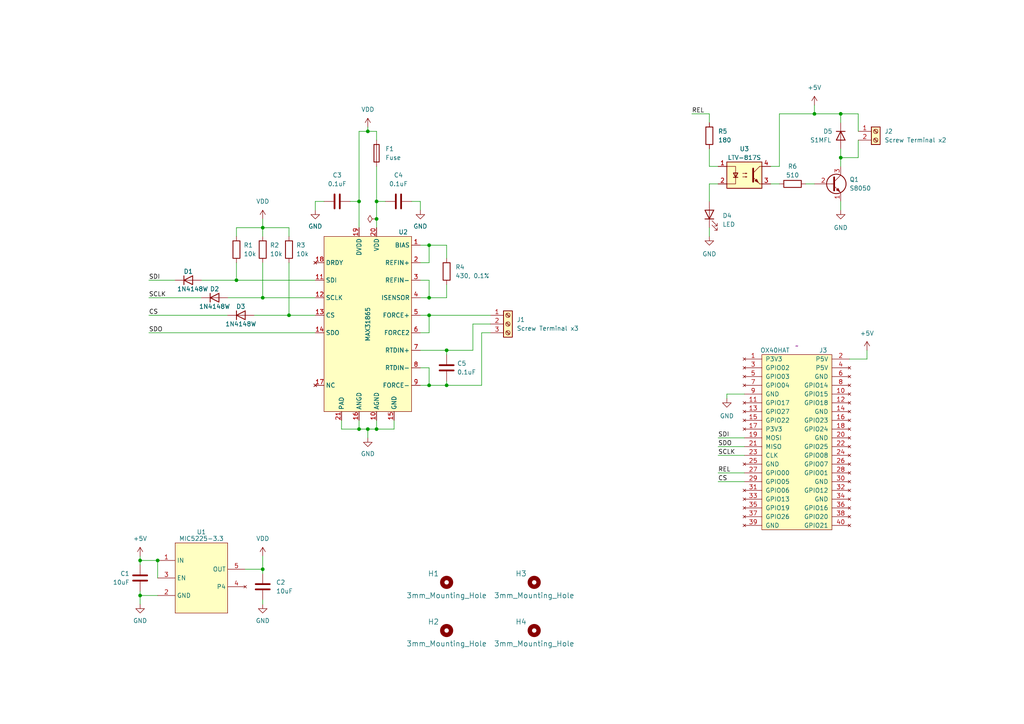
<source format=kicad_sch>
(kicad_sch (version 20211123) (generator eeschema)
  (paper "A4")
  (title_block (title "Raspberry Pi temperature management hat") (date "2022-06-14") (rev "V1"))
  (lib_symbols
    (symbol "Connector:Screw_Terminal_01x02" (pin_names (offset 1.016) hide)
      (property "Reference" "J" (at 0 2.54 0))
      (property "Value" "Screw_Terminal_01x02" (at 0 -5.08 0))
      (symbol "Screw_Terminal_01x02_1_1"
        (rectangle (start -1.27 1.27) (end 1.27 -3.81) (stroke (width 0.254)) (fill (type background)))
        (circle (center 0 -2.54) (radius 0.635) (stroke (width 0.1524)))
        (polyline (pts (xy -0.5334 -2.2098) (xy 0.3302 -3.048)) (stroke (width 0.1524)))
        (polyline (pts (xy -0.5334 0.3302) (xy 0.3302 -0.508)) (stroke (width 0.1524)))
        (polyline (pts (xy -0.3556 -2.032) (xy 0.508 -2.8702)) (stroke (width 0.1524)))
        (polyline (pts (xy -0.3556 0.508) (xy 0.508 -0.3302)) (stroke (width 0.1524)))
        (circle (center 0 0) (radius 0.635) (stroke (width 0.1524)))
        (pin passive line (at -5.08 0 0) (length 3.81) (name "Pin_1") (number "1"))
        (pin passive line (at -5.08 -2.54 0) (length 3.81) (name "Pin_2") (number "2"))
      )
    )
    (symbol "Connector:Screw_Terminal_01x03" (pin_names (offset 1.016) hide)
      (property "Reference" "J" (at 0 5.08 0))
      (property "Value" "Screw_Terminal_01x03" (at 0 -5.08 0))
      (symbol "Screw_Terminal_01x03_1_1"
        (rectangle (start -1.27 3.81) (end 1.27 -3.81) (stroke (width 0.254)) (fill (type background)))
        (circle (center 0 -2.54) (radius 0.635) (stroke (width 0.1524)))
        (polyline (pts (xy -0.5334 -2.2098) (xy 0.3302 -3.048)) (stroke (width 0.1524)))
        (polyline (pts (xy -0.5334 0.3302) (xy 0.3302 -0.508)) (stroke (width 0.1524)))
        (polyline (pts (xy -0.5334 2.8702) (xy 0.3302 2.032)) (stroke (width 0.1524)))
        (polyline (pts (xy -0.3556 -2.032) (xy 0.508 -2.8702)) (stroke (width 0.1524)))
        (polyline (pts (xy -0.3556 0.508) (xy 0.508 -0.3302)) (stroke (width 0.1524)))
        (polyline (pts (xy -0.3556 3.048) (xy 0.508 2.2098)) (stroke (width 0.1524)))
        (circle (center 0 0) (radius 0.635) (stroke (width 0.1524)))
        (circle (center 0 2.54) (radius 0.635) (stroke (width 0.1524)))
        (pin passive line (at -5.08 2.54 0) (length 3.81) (name "Pin_1") (number "1"))
        (pin passive line (at -5.08 0 0) (length 3.81) (name "Pin_2") (number "2"))
        (pin passive line (at -5.08 -2.54 0) (length 3.81) (name "Pin_3") (number "3"))
      )
    )
    (symbol "Device:C" (pin_numbers hide) (pin_names (offset 0.254))
      (property "Reference" "C" (at 0.635 2.54 0))
      (property "Value" "C" (at 0.635 -2.54 0))
      (symbol "C_0_1"
        (polyline (pts (xy -2.032 -0.762) (xy 2.032 -0.762)) (stroke (width 0.508)))
        (polyline (pts (xy -2.032 0.762) (xy 2.032 0.762)) (stroke (width 0.508)))
      )
      (symbol "C_1_1"
        (pin passive line (at 0 3.81 270) (length 2.794) (name "~") (number "1"))
        (pin passive line (at 0 -3.81 90) (length 2.794) (name "~") (number "2"))
      )
    )
    (symbol "Device:Fuse" (pin_numbers hide) (pin_names (offset 0))
      (property "Reference" "F" (at 2.032 0 90))
      (property "Value" "Fuse" (at -1.905 0 90))
      (symbol "Fuse_0_1"
        (rectangle (start -0.762 -2.54) (end 0.762 2.54) (stroke (width 0.254)))
        (polyline (pts (xy 0 2.54) (xy 0 -2.54)))
      )
      (symbol "Fuse_1_1"
        (pin passive line (at 0 3.81 270) (length 1.27) (name "~") (number "1"))
        (pin passive line (at 0 -3.81 90) (length 1.27) (name "~") (number "2"))
      )
    )
    (symbol "Device:LED" (pin_numbers hide) (pin_names (offset 1.016) hide)
      (property "Reference" "D" (at 0 2.54 0))
      (property "Value" "LED" (at 0 -2.54 0))
      (symbol "LED_0_1"
        (polyline (pts (xy -1.27 -1.27) (xy -1.27 1.27)) (stroke (width 0.254)))
        (polyline (pts (xy -1.27 0) (xy 1.27 0)))
        (polyline (pts (xy 1.27 -1.27) (xy 1.27 1.27) (xy -1.27 0) (xy 1.27 -1.27)) (stroke (width 0.254)))
        (polyline (pts (xy -3.048 -0.762) (xy -4.572 -2.286) (xy -3.81 -2.286) (xy -4.572 -2.286) (xy -4.572 -1.524)))
        (polyline (pts (xy -1.778 -0.762) (xy -3.302 -2.286) (xy -2.54 -2.286) (xy -3.302 -2.286) (xy -3.302 -1.524)))
      )
      (symbol "LED_1_1"
        (pin passive line (at -3.81 0 0) (length 2.54) (name "K") (number "1"))
        (pin passive line (at 3.81 0 180) (length 2.54) (name "A") (number "2"))
      )
    )
    (symbol "Device:R" (pin_numbers hide) (pin_names (offset 0))
      (property "Reference" "R" (at 2.032 0 90))
      (property "Value" "R" (at 0 0 90))
      (symbol "R_0_1"
        (rectangle (start -1.016 -2.54) (end 1.016 2.54) (stroke (width 0.254)))
      )
      (symbol "R_1_1"
        (pin passive line (at 0 3.81 270) (length 1.27) (name "~") (number "1"))
        (pin passive line (at 0 -3.81 90) (length 1.27) (name "~") (number "2"))
      )
    )
    (symbol "Diode:1N4148W" (pin_numbers hide) (pin_names (offset 1.016) hide)
      (property "Reference" "D" (at 0 2.54 0))
      (property "Value" "1N4148W" (at 0 -2.54 0))
      (symbol "1N4148W_0_1"
        (polyline (pts (xy -1.27 1.27) (xy -1.27 -1.27)) (stroke (width 0.254)))
        (polyline (pts (xy 1.27 0) (xy -1.27 0)))
        (polyline (pts (xy 1.27 1.27) (xy 1.27 -1.27) (xy -1.27 0) (xy 1.27 1.27)) (stroke (width 0.254)))
      )
      (symbol "1N4148W_1_1"
        (pin passive line (at -3.81 0 0) (length 2.54) (name "K") (number "1"))
        (pin passive line (at 3.81 0 180) (length 2.54) (name "A") (number "2"))
      )
    )
    (symbol "Diode:US1M" (pin_numbers hide) (pin_names (offset 1.016) hide)
      (property "Reference" "D" (at 0 2.54 0))
      (property "Value" "US1M" (at 0 -2.54 0))
      (symbol "US1M_0_1"
        (polyline (pts (xy -1.27 1.27) (xy -1.27 -1.27)) (stroke (width 0.254)))
        (polyline (pts (xy 1.27 0) (xy -1.27 0)))
        (polyline (pts (xy 1.27 1.27) (xy 1.27 -1.27) (xy -1.27 0) (xy 1.27 1.27)) (stroke (width 0.254)))
      )
      (symbol "US1M_1_1"
        (pin passive line (at -3.81 0 0) (length 2.54) (name "K") (number "1"))
        (pin passive line (at 3.81 0 180) (length 2.54) (name "A") (number "2"))
      )
    )
    (symbol "Isolator:LTV-817S" (pin_names (offset 1.016))
      (property "Reference" "U" (at -3.81 5.08 0))
      (property "Value" "LTV-817S" (at 0 -5.08 0))
      (symbol "LTV-817S_1_1"
        (rectangle (start -5.08 3.81) (end 5.08 -3.81) (stroke (width 0.254)) (fill (type background)))
        (polyline (pts (xy -3.175 -0.635) (xy -1.905 -0.635)) (stroke (width 0.254)))
        (polyline (pts (xy 2.54 0.635) (xy 4.445 2.54)))
        (polyline (pts (xy 4.445 -2.54) (xy 2.54 -0.635)) (fill (type outline)))
        (polyline (pts (xy 4.445 -2.54) (xy 5.08 -2.54)))
        (polyline (pts (xy 4.445 2.54) (xy 5.08 2.54)))
        (polyline (pts (xy -5.08 2.54) (xy -2.54 2.54) (xy -2.54 -0.762)))
        (polyline (pts (xy -2.54 -0.635) (xy -2.54 -2.54) (xy -5.08 -2.54)))
        (polyline (pts (xy 2.54 1.905) (xy 2.54 -1.905) (xy 2.54 -1.905)) (stroke (width 0.508)))
        (polyline (pts (xy -2.54 -0.635) (xy -3.175 0.635) (xy -1.905 0.635) (xy -2.54 -0.635)) (stroke (width 0.254)))
        (polyline (pts (xy -0.508 -0.508) (xy 0.762 -0.508) (xy 0.381 -0.635) (xy 0.381 -0.381) (xy 0.762 -0.508)))
        (polyline (pts (xy -0.508 0.508) (xy 0.762 0.508) (xy 0.381 0.381) (xy 0.381 0.635) (xy 0.762 0.508)))
        (polyline (pts (xy 3.048 -1.651) (xy 3.556 -1.143) (xy 4.064 -2.159) (xy 3.048 -1.651) (xy 3.048 -1.651)) (fill (type outline)))
        (pin passive line (at -7.62 2.54 0) (length 2.54) (name "~") (number "1"))
        (pin passive line (at -7.62 -2.54 0) (length 2.54) (name "~") (number "2"))
        (pin passive line (at 7.62 -2.54 180) (length 2.54) (name "~") (number "3"))
        (pin passive line (at 7.62 2.54 180) (length 2.54) (name "~") (number "4"))
      )
    )
    (symbol "Mechanical:MountingHole" (pin_names (offset 1.016))
      (property "Reference" "H" (at 0 5.08 0))
      (property "Value" "MountingHole" (at 0 3.175 0))
      (symbol "MountingHole_0_1"
        (circle (center 0 0) (radius 1.27) (stroke (width 1.27)))
      )
    )
    (symbol "Raspberry Pi temperature management hat:MAX31865"
      (property "Reference" "U2" (at 8.89 26.67 0))
      (property "Value" "MAX31865" (at 0 -5.08 90))
      (symbol "MAX31865_0_1"
        (rectangle (start -12.7 25.4) (end 12.7 -25.4) (fill (type background)))
      )
      (symbol "MAX31865_1_1"
        (pin output line (at 15.24 22.86 180) (length 2.54) (name "BIAS") (number "1"))
        (pin power_in line (at 2.54 -27.94 90) (length 2.54) (name "AGND") (number "10"))
        (pin input line (at -15.24 12.7 0) (length 2.54) (name "SDI") (number "11"))
        (pin input line (at -15.24 7.62 0) (length 2.54) (name "SCLK") (number "12"))
        (pin input line (at -15.24 2.54 0) (length 2.54) (name "CS") (number "13"))
        (pin output line (at -15.24 -2.54 0) (length 2.54) (name "SDO") (number "14"))
        (pin power_in line (at 7.62 -27.94 90) (length 2.54) (name "GND") (number "15"))
        (pin power_in line (at -2.54 -27.94 90) (length 2.54) (name "ANGD") (number "16"))
        (pin no_connect line (at -15.24 -17.78 0) (length 2.54) (name "NC") (number "17"))
        (pin no_connect line (at -15.24 17.78 0) (length 2.54) (name "DRDY") (number "18"))
        (pin power_in line (at -2.54 27.94 270) (length 2.54) (name "DVDD") (number "19"))
        (pin input line (at 15.24 17.78 180) (length 2.54) (name "REFIN+") (number "2"))
        (pin power_in line (at 2.54 27.94 270) (length 2.54) (name "VDD") (number "20"))
        (pin power_in line (at -7.62 -27.94 90) (length 2.54) (name "PAD") (number "21"))
        (pin input line (at 15.24 12.7 180) (length 2.54) (name "REFIN-") (number "3"))
        (pin input line (at 15.24 7.62 180) (length 2.54) (name "ISENSOR") (number "4"))
        (pin input line (at 15.24 2.54 180) (length 2.54) (name "FORCE+") (number "5"))
        (pin input line (at 15.24 -2.54 180) (length 2.54) (name "FORCE2") (number "6"))
        (pin input line (at 15.24 -7.62 180) (length 2.54) (name "RTDIN+") (number "7"))
        (pin input line (at 15.24 -12.7 180) (length 2.54) (name "RTDIN-") (number "8"))
        (pin input line (at 15.24 -17.78 180) (length 2.54) (name "FORCE-") (number "9"))
      )
    )
    (symbol "Raspberry Pi temperature management hat:MIC5225-3.3"
      (property "Reference" "U?" (at 0 13.335 0))
      (property "Value" "MIC5225-3.3" (at 0 11.43 0))
      (symbol "MIC5225-3.3_0_1"
        (rectangle (start -7.62 10.16) (end 7.62 -10.16) (fill (type background)))
      )
      (symbol "MIC5225-3.3_1_1"
        (pin power_in line (at -12.7 5.08 0) (length 5.08) (name "IN") (number "1"))
        (pin power_in line (at -12.7 -5.08 0) (length 5.08) (name "GND") (number "2"))
        (pin input line (at -12.7 0 0) (length 5.08) (name "EN") (number "3"))
        (pin no_connect line (at 12.7 -2.54 180) (length 5.08) (name "P4") (number "4"))
        (pin power_out line (at 12.7 2.54 180) (length 5.08) (name "OUT") (number "5"))
      )
    )
    (symbol "Raspberry Pi temperature management hat:OX40HAT" (pin_names (offset 1.016))
      (property "Reference" "J3" (at 8.89 2.54 0))
      (property "Value" "OX40HAT" (at -7.62 2.54 0))
      (property "Datasheet" "~" (at -17.78 0 0))
      (symbol "OX40HAT_0_1"
        (rectangle (start -10.16 1.27) (end 10.16 -49.53) (fill (type background)))
      )
      (symbol "OX40HAT_1_1"
        (pin no_connect line (at -15.24 0 0) (length 5.08) (name "P3V3") (number "1"))
        (pin no_connect line (at 15.24 -10.16 180) (length 5.08) (name "GPIO15") (number "10"))
        (pin no_connect line (at -15.24 -12.7 0) (length 5.08) (name "GPIO17") (number "11"))
        (pin no_connect line (at 15.24 -12.7 180) (length 5.08) (name "GPIO18") (number "12"))
        (pin no_connect line (at -15.24 -15.24 0) (length 5.08) (name "GPIO27") (number "13"))
        (pin no_connect line (at 15.24 -15.24 180) (length 5.08) (name "GND") (number "14"))
        (pin no_connect line (at -15.24 -17.78 0) (length 5.08) (name "GPIO22") (number "15"))
        (pin no_connect line (at 15.24 -17.78 180) (length 5.08) (name "GPIO23") (number "16"))
        (pin no_connect line (at -15.24 -20.32 0) (length 5.08) (name "P3V3") (number "17"))
        (pin no_connect line (at 15.24 -20.32 180) (length 5.08) (name "GPIO24") (number "18"))
        (pin output line (at -15.24 -22.86 0) (length 5.08) (name "MOSI") (number "19"))
        (pin power_out line (at 15.24 0 180) (length 5.08) (name "P5V") (number "2"))
        (pin no_connect line (at 15.24 -22.86 180) (length 5.08) (name "GND") (number "20"))
        (pin input line (at -15.24 -25.4 0) (length 5.08) (name "MISO") (number "21"))
        (pin no_connect line (at 15.24 -25.4 180) (length 5.08) (name "GPIO25") (number "22"))
        (pin output line (at -15.24 -27.94 0) (length 5.08) (name "CLK") (number "23"))
        (pin no_connect line (at 15.24 -27.94 180) (length 5.08) (name "GPIO08") (number "24"))
        (pin no_connect line (at -15.24 -30.48 0) (length 5.08) (name "GND") (number "25"))
        (pin no_connect line (at 15.24 -30.48 180) (length 5.08) (name "GPIO07") (number "26"))
        (pin output line (at -15.24 -33.02 0) (length 5.08) (name "GPIO00") (number "27"))
        (pin no_connect line (at 15.24 -33.02 180) (length 5.08) (name "GPIO01") (number "28"))
        (pin output line (at -15.24 -35.56 0) (length 5.08) (name "GPIO05") (number "29"))
        (pin no_connect line (at -15.24 -2.54 0) (length 5.08) (name "GPIO02") (number "3"))
        (pin no_connect line (at 15.24 -35.56 180) (length 5.08) (name "GND") (number "30"))
        (pin no_connect line (at -15.24 -38.1 0) (length 5.08) (name "GPIO06") (number "31"))
        (pin no_connect line (at 15.24 -38.1 180) (length 5.08) (name "GPIO12") (number "32"))
        (pin no_connect line (at -15.24 -40.64 0) (length 5.08) (name "GPIO13") (number "33"))
        (pin no_connect line (at 15.24 -40.64 180) (length 5.08) (name "GND") (number "34"))
        (pin no_connect line (at -15.24 -43.18 0) (length 5.08) (name "GPIO19") (number "35"))
        (pin no_connect line (at 15.24 -43.18 180) (length 5.08) (name "GPIO16") (number "36"))
        (pin no_connect line (at -15.24 -45.72 0) (length 5.08) (name "GPIO26") (number "37"))
        (pin no_connect line (at 15.24 -45.72 180) (length 5.08) (name "GPIO20") (number "38"))
        (pin no_connect line (at -15.24 -48.26 0) (length 5.08) (name "GND") (number "39"))
        (pin no_connect line (at 15.24 -2.54 180) (length 5.08) (name "P5V") (number "4"))
        (pin no_connect line (at 15.24 -48.26 180) (length 5.08) (name "GPIO21") (number "40"))
        (pin no_connect line (at -15.24 -5.08 0) (length 5.08) (name "GPIO03") (number "5"))
        (pin no_connect line (at 15.24 -5.08 180) (length 5.08) (name "GND") (number "6"))
        (pin no_connect line (at -15.24 -7.62 0) (length 5.08) (name "GPIO04") (number "7"))
        (pin no_connect line (at 15.24 -7.62 180) (length 5.08) (name "GPIO14") (number "8"))
        (pin power_out line (at -15.24 -10.16 0) (length 5.08) (name "GND") (number "9"))
      )
    )
    (symbol "Transistor_BJT:S8050" (pin_names (offset 0) hide)
      (property "Reference" "Q" (at 5.08 1.905 0))
      (property "Value" "S8050" (at 5.08 0 0))
      (symbol "S8050_0_1"
        (polyline (pts (xy 0 0) (xy 0.635 0)))
        (polyline (pts (xy 0.635 0.635) (xy 2.54 2.54)))
        (polyline (pts (xy 0.635 -0.635) (xy 2.54 -2.54) (xy 2.54 -2.54)))
        (polyline (pts (xy 0.635 1.905) (xy 0.635 -1.905) (xy 0.635 -1.905)) (stroke (width 0.508)))
        (polyline (pts (xy 1.27 -1.778) (xy 1.778 -1.27) (xy 2.286 -2.286) (xy 1.27 -1.778) (xy 1.27 -1.778)) (fill (type outline)))
        (circle (center 1.27 0) (radius 2.8194) (stroke (width 0.254)))
      )
      (symbol "S8050_1_1"
        (pin passive line (at 2.54 -5.08 90) (length 2.54) (name "E") (number "1"))
        (pin input line (at -5.08 0 0) (length 5.08) (name "B") (number "2"))
        (pin passive line (at 2.54 5.08 270) (length 2.54) (name "C") (number "3"))
      )
    )
    (symbol "power:+5V" (power) (pin_names (offset 0))
      (property "Value" "+5V" (at 0 3.556 0))
      (symbol "+5V_0_1"
        (polyline (pts (xy -0.762 1.27) (xy 0 2.54)))
        (polyline (pts (xy 0 0) (xy 0 2.54)))
        (polyline (pts (xy 0 2.54) (xy 0.762 1.27)))
      )
      (symbol "+5V_1_1"
        (pin power_in line (at 0 0 90) (length 0) hide (name "+5V") (number "1"))
      )
    )
    (symbol "power:GND" (power) (pin_names (offset 0))
      (property "Value" "GND" (at 0 -3.81 0))
      (symbol "GND_0_1"
        (polyline (pts (xy 0 0) (xy 0 -1.27) (xy 1.27 -1.27) (xy 0 -2.54) (xy -1.27 -1.27) (xy 0 -1.27)))
      )
      (symbol "GND_1_1"
        (pin power_in line (at 0 0 270) (length 0) hide (name "GND") (number "1"))
      )
    )
    (symbol "power:PWR_FLAG" (power) (pin_numbers hide) (pin_names (offset 0) hide)
      (property "Value" "PWR_FLAG" (at 0 3.81 0))
      (symbol "PWR_FLAG_0_0"
        (pin power_out line (at 0 0 90) (length 0) (name "pwr") (number "1"))
      )
      (symbol "PWR_FLAG_0_1"
        (polyline (pts (xy 0 0) (xy 0 1.27) (xy -1.016 1.905) (xy 0 2.54) (xy 1.016 1.905) (xy 0 1.27)))
      )
    )
    (symbol "power:VDD" (power) (pin_names (offset 0))
      (property "Value" "VDD" (at 0 3.81 0))
      (symbol "VDD_0_1"
        (polyline (pts (xy -0.762 1.27) (xy 0 2.54)))
        (polyline (pts (xy 0 0) (xy 0 2.54)))
        (polyline (pts (xy 0 2.54) (xy 0.762 1.27)))
      )
      (symbol "VDD_1_1"
        (pin power_in line (at 0 0 90) (length 0) hide (name "VDD") (number "1"))
      )
    )
  )
  (junction (at 76.2 86.36))
  (junction (at 109.22 63.5))
  (junction (at 124.46 86.36))
  (junction (at 109.22 124.46))
  (junction (at 40.64 172.72))
  (junction (at 124.46 91.44))
  (junction (at 236.22 33.02))
  (junction (at 109.22 58.42))
  (junction (at 124.46 71.12))
  (junction (at 243.84 45.72))
  (junction (at 76.2 165.1))
  (junction (at 106.68 124.46))
  (junction (at 68.58 81.28))
  (junction (at 129.54 111.76))
  (junction (at 243.84 33.02))
  (junction (at 106.68 38.1))
  (junction (at 104.14 124.46))
  (junction (at 40.64 162.56))
  (junction (at 76.2 66.04))
  (junction (at 129.54 101.6))
  (junction (at 104.14 58.42))
  (junction (at 124.46 111.76))
  (junction (at 45.72 162.56))
  (junction (at 83.82 91.44))
  (wire (pts (xy 121.92 86.36) (xy 124.46 86.36)))
  (wire (pts (xy 251.46 101.6) (xy 251.46 104.14)))
  (wire (pts (xy 124.46 111.76) (xy 129.54 111.76)))
  (wire (pts (xy 121.92 71.12) (xy 124.46 71.12)))
  (wire (pts (xy 121.92 58.42) (xy 121.92 60.96)))
  (wire (pts (xy 76.2 76.2) (xy 76.2 86.36)))
  (wire (pts (xy 121.92 111.76) (xy 124.46 111.76)))
  (wire (pts (xy 121.92 76.2) (xy 124.46 76.2)))
  (wire (pts (xy 83.82 91.44) (xy 91.44 91.44)))
  (wire (pts (xy 233.68 53.34) (xy 236.22 53.34)))
  (wire (pts (xy 109.22 124.46) (xy 114.3 124.46)))
  (wire (pts (xy 76.2 161.29) (xy 76.2 165.1)))
  (wire (pts (xy 106.68 38.1) (xy 109.22 38.1)))
  (wire (pts (xy 104.14 121.92) (xy 104.14 124.46)))
  (wire (pts (xy 226.06 33.02) (xy 236.22 33.02)))
  (wire (pts (xy 210.82 114.3) (xy 210.82 115.57)))
  (wire (pts (xy 137.16 101.6) (xy 137.16 93.98)))
  (wire (pts (xy 93.98 58.42) (xy 91.44 58.42)))
  (wire (pts (xy 124.46 91.44) (xy 142.24 91.44)))
  (wire (pts (xy 121.92 106.68) (xy 124.46 106.68)))
  (wire (pts (xy 76.2 66.04) (xy 68.58 66.04)))
  (wire (pts (xy 114.3 121.92) (xy 114.3 124.46)))
  (wire (pts (xy 109.22 48.26) (xy 109.22 58.42)))
  (wire (pts (xy 226.06 33.02) (xy 226.06 48.26)))
  (wire (pts (xy 208.28 129.54) (xy 215.9 129.54)))
  (wire (pts (xy 104.14 58.42) (xy 104.14 38.1)))
  (wire (pts (xy 83.82 68.58) (xy 83.82 66.04)))
  (wire (pts (xy 243.84 45.72) (xy 243.84 48.26)))
  (wire (pts (xy 243.84 33.02) (xy 243.84 35.56)))
  (wire (pts (xy 106.68 36.83) (xy 106.68 38.1)))
  (wire (pts (xy 71.12 165.1) (xy 76.2 165.1)))
  (wire (pts (xy 121.92 91.44) (xy 124.46 91.44)))
  (wire (pts (xy 104.14 38.1) (xy 106.68 38.1)))
  (wire (pts (xy 106.68 124.46) (xy 109.22 124.46)))
  (wire (pts (xy 43.18 96.52) (xy 91.44 96.52)))
  (wire (pts (xy 236.22 33.02) (xy 243.84 33.02)))
  (wire (pts (xy 106.68 124.46) (xy 106.68 127)))
  (wire (pts (xy 129.54 71.12) (xy 129.54 74.93)))
  (wire (pts (xy 66.04 86.36) (xy 76.2 86.36)))
  (wire (pts (xy 205.74 48.26) (xy 208.28 48.26)))
  (wire (pts (xy 205.74 53.34) (xy 205.74 58.42)))
  (wire (pts (xy 208.28 53.34) (xy 205.74 53.34)))
  (wire (pts (xy 109.22 58.42) (xy 109.22 63.5)))
  (wire (pts (xy 109.22 58.42) (xy 111.76 58.42)))
  (wire (pts (xy 40.64 172.72) (xy 40.64 175.26)))
  (wire (pts (xy 99.06 124.46) (xy 104.14 124.46)))
  (wire (pts (xy 40.64 161.29) (xy 40.64 162.56)))
  (wire (pts (xy 43.18 86.36) (xy 58.42 86.36)))
  (wire (pts (xy 43.18 81.28) (xy 50.8 81.28)))
  (wire (pts (xy 58.42 81.28) (xy 68.58 81.28)))
  (wire (pts (xy 129.54 82.55) (xy 129.54 86.36)))
  (wire (pts (xy 223.52 53.34) (xy 226.06 53.34)))
  (wire (pts (xy 124.46 86.36) (xy 129.54 86.36)))
  (wire (pts (xy 200.66 33.02) (xy 205.74 33.02)))
  (wire (pts (xy 121.92 101.6) (xy 129.54 101.6)))
  (wire (pts (xy 208.28 139.7) (xy 215.9 139.7)))
  (wire (pts (xy 236.22 30.48) (xy 236.22 33.02)))
  (wire (pts (xy 76.2 165.1) (xy 76.2 166.37)))
  (wire (pts (xy 124.46 96.52) (xy 124.46 91.44)))
  (wire (pts (xy 68.58 66.04) (xy 68.58 68.58)))
  (wire (pts (xy 139.7 111.76) (xy 139.7 96.52)))
  (wire (pts (xy 243.84 33.02) (xy 248.92 33.02)))
  (wire (pts (xy 243.84 43.18) (xy 243.84 45.72)))
  (wire (pts (xy 129.54 101.6) (xy 129.54 102.87)))
  (wire (pts (xy 205.74 35.56) (xy 205.74 33.02)))
  (wire (pts (xy 73.66 91.44) (xy 83.82 91.44)))
  (wire (pts (xy 124.46 111.76) (xy 124.46 106.68)))
  (wire (pts (xy 40.64 162.56) (xy 40.64 163.83)))
  (wire (pts (xy 101.6 58.42) (xy 104.14 58.42)))
  (wire (pts (xy 121.92 81.28) (xy 124.46 81.28)))
  (wire (pts (xy 248.92 45.72) (xy 243.84 45.72)))
  (wire (pts (xy 104.14 66.04) (xy 104.14 58.42)))
  (wire (pts (xy 205.74 66.04) (xy 205.74 68.58)))
  (wire (pts (xy 40.64 162.56) (xy 45.72 162.56)))
  (wire (pts (xy 129.54 110.49) (xy 129.54 111.76)))
  (wire (pts (xy 124.46 71.12) (xy 129.54 71.12)))
  (wire (pts (xy 208.28 127) (xy 215.9 127)))
  (wire (pts (xy 137.16 93.98) (xy 142.24 93.98)))
  (wire (pts (xy 243.84 58.42) (xy 243.84 60.96)))
  (wire (pts (xy 91.44 58.42) (xy 91.44 60.96)))
  (wire (pts (xy 83.82 76.2) (xy 83.82 91.44)))
  (wire (pts (xy 109.22 63.5) (xy 109.22 66.04)))
  (wire (pts (xy 68.58 81.28) (xy 91.44 81.28)))
  (wire (pts (xy 205.74 43.18) (xy 205.74 48.26)))
  (wire (pts (xy 124.46 76.2) (xy 124.46 71.12)))
  (wire (pts (xy 76.2 66.04) (xy 76.2 68.58)))
  (wire (pts (xy 40.64 171.45) (xy 40.64 172.72)))
  (wire (pts (xy 68.58 76.2) (xy 68.58 81.28)))
  (wire (pts (xy 139.7 96.52) (xy 142.24 96.52)))
  (wire (pts (xy 76.2 63.5) (xy 76.2 66.04)))
  (wire (pts (xy 124.46 86.36) (xy 124.46 81.28)))
  (wire (pts (xy 129.54 111.76) (xy 139.7 111.76)))
  (wire (pts (xy 119.38 58.42) (xy 121.92 58.42)))
  (wire (pts (xy 109.22 38.1) (xy 109.22 40.64)))
  (wire (pts (xy 83.82 66.04) (xy 76.2 66.04)))
  (wire (pts (xy 109.22 121.92) (xy 109.22 124.46)))
  (wire (pts (xy 76.2 86.36) (xy 91.44 86.36)))
  (wire (pts (xy 129.54 101.6) (xy 137.16 101.6)))
  (wire (pts (xy 104.14 124.46) (xy 106.68 124.46)))
  (wire (pts (xy 248.92 40.64) (xy 248.92 45.72)))
  (wire (pts (xy 76.2 173.99) (xy 76.2 175.26)))
  (wire (pts (xy 45.72 162.56) (xy 45.72 167.64)))
  (wire (pts (xy 99.06 121.92) (xy 99.06 124.46)))
  (wire (pts (xy 210.82 114.3) (xy 215.9 114.3)))
  (wire (pts (xy 208.28 137.16) (xy 215.9 137.16)))
  (wire (pts (xy 226.06 48.26) (xy 223.52 48.26)))
  (wire (pts (xy 43.18 91.44) (xy 66.04 91.44)))
  (wire (pts (xy 40.64 172.72) (xy 45.72 172.72)))
  (wire (pts (xy 208.28 132.08) (xy 215.9 132.08)))
  (wire (pts (xy 248.92 33.02) (xy 248.92 38.1)))
  (wire (pts (xy 246.38 104.14) (xy 251.46 104.14)))
  (wire (pts (xy 121.92 96.52) (xy 124.46 96.52)))
  (label "CS" (at 43.18 91.44 0))
  (label "CS" (at 208.28 139.7 0))
  (label "SCLK" (at 208.28 132.08 0))
  (label "REL" (at 200.66 33.02 0))
  (label "SDI" (at 208.28 127 0))
  (label "SDO" (at 208.28 129.54 0))
  (label "SDO" (at 43.18 96.52 0))
  (label "REL" (at 208.28 137.16 0))
  (label "SCLK" (at 43.18 86.36 0))
  (label "SDI" (at 43.18 81.28 0))
  (symbol (lib_id "Mechanical:MountingHole") (at 129.54 168.91 0) (unit 1)
    (property "Reference" "H1" (at 125.73 166.37 0) (effects (font (size 1.524 1.524))))
    (property "Value" "3mm_Mounting_Hole" (at 129.54 172.72 0) (effects (font (size 1.524 1.524))))
    (property "Footprint" "project_footprints:NPTH_3mm_ID" (effects hide))
  )
  (symbol (lib_id "Mechanical:MountingHole") (at 154.94 168.91 0) (unit 1)
    (property "Reference" "H3" (at 151.13 166.37 0) (effects (font (size 1.524 1.524))))
    (property "Value" "3mm_Mounting_Hole" (at 154.94 172.72 0) (effects (font (size 1.524 1.524))))
    (property "Footprint" "project_footprints:NPTH_3mm_ID" (effects hide))
  )
  (symbol (lib_id "Mechanical:MountingHole") (at 129.54 182.88 0) (unit 1)
    (property "Reference" "H2" (at 125.73 180.34 0) (effects (font (size 1.524 1.524))))
    (property "Value" "3mm_Mounting_Hole" (at 129.54 186.69 0) (effects (font (size 1.524 1.524))))
    (property "Footprint" "project_footprints:NPTH_3mm_ID" (effects hide))
  )
  (symbol (lib_id "Mechanical:MountingHole") (at 154.94 182.88 0) (unit 1)
    (property "Reference" "H4" (at 151.13 180.34 0) (effects (font (size 1.524 1.524))))
    (property "Value" "3mm_Mounting_Hole" (at 154.94 186.69 0) (effects (font (size 1.524 1.524))))
    (property "Footprint" "project_footprints:NPTH_3mm_ID" (effects hide))
  )
  (symbol (lib_id "Raspberry Pi temperature management hat:OX40HAT") (at 231.14 104.14 0) (unit 1)
    (property "Reference" "J3" (at 238.76 101.6 0))
    (property "Value" "OX40HAT" (at 224.79 101.6 0))
    (property "Footprint" "Connector_PinSocket_2.54mm:PinSocket_2x20_P2.54mm_Vertical" (effects hide))
    (property "Datasheet" "~" (at 231.14 100.33 0))
  )
  (symbol (lib_id "Device:R") (at 68.58 72.39 0) (unit 1)
    (property "Reference" "R1" (at 70.66 71.1199 0) (effects (justify left)))
    (property "Value" "10k" (at 70.66 73.6599 0) (effects (justify left)))
    (property "Footprint" "Resistor_SMD:R_0603_1608Metric_Pad0.98x0.95mm_HandSolder" (effects hide))
  )
  (symbol (lib_id "power:VDD") (at 76.2 63.5 0) (unit 1)
    (property "Reference" "#PWR03" (effects hide))
    (property "Value" "VDD" (at 76.2 58.42 0))
  )
  (symbol (lib_id "power:+5V") (at 236.22 30.48 0) (unit 1)
    (property "Reference" "#PWR012" (effects hide))
    (property "Value" "+5V" (at 236.22 25.4 0))
  )
  (symbol (lib_id "Device:C") (at 76.2 170.18 0) (unit 1)
    (property "Reference" "C2" (at 80.06 168.9099 0) (effects (justify left)))
    (property "Value" "10uF" (at 80.06 171.4499 0) (effects (justify left)))
    (property "Footprint" "Capacitor_SMD:C_0603_1608Metric_Pad1.08x0.95mm_HandSolder" (effects hide))
  )
  (symbol (lib_id "Device:R") (at 76.2 72.39 0) (unit 1)
    (property "Reference" "R2" (at 78.28 71.1199 0) (effects (justify left)))
    (property "Value" "10k" (at 78.28 73.6599 0) (effects (justify left)))
    (property "Footprint" "Resistor_SMD:R_0603_1608Metric_Pad0.98x0.95mm_HandSolder" (effects hide))
  )
  (symbol (lib_id "power:GND") (at 121.92 60.96 0) (unit 1)
    (property "Reference" "#PWR09" (effects hide))
    (property "Value" "GND" (at 121.92 65.65 0))
  )
  (symbol (lib_id "power:+5V") (at 40.64 161.29 0) (unit 1)
    (property "Reference" "#PWR01" (effects hide))
    (property "Value" "+5V" (at 40.64 156.21 0))
  )
  (symbol (lib_id "Device:Fuse") (at 109.22 44.45 180) (unit 1)
    (property "Reference" "F1" (at 111.76 43.1799 0) (effects (justify right)))
    (property "Value" "Fuse" (at 111.76 45.7199 0) (effects (justify right)))
    (property "Footprint" "Fuse:Fuse_0402_1005Metric_Pad0.77x0.64mm_HandSolder" (effects hide))
    (property "Datasheet" "https://www.mouser.pl/datasheet/2/40/AccuGuardLC_0402-932635.pdf" (effects hide))
  )
  (symbol (lib_id "Transistor_BJT:S8050") (at 241.3 53.34 0) (unit 1)
    (property "Reference" "Q1" (at 246.38 52.0699 0) (effects (justify left)))
    (property "Value" "S8050" (at 246.38 54.6099 0) (effects (justify left)))
    (property "Footprint" "Package_TO_SOT_SMD:SOT-23_Handsoldering" (effects hide))
    (property "Datasheet" "https://www.mouser.pl/datasheet/2/258/MMSS8050_SOT_23_-1626440.pdf" (effects hide))
  )
  (symbol (lib_id "Device:R") (at 229.87 53.34 90) (unit 1)
    (property "Reference" "R6" (at 229.87 48.26 90))
    (property "Value" "510" (at 229.87 50.8 90))
    (property "Footprint" "Resistor_SMD:R_0603_1608Metric_Pad0.98x0.95mm_HandSolder" (effects hide))
  )
  (symbol (lib_id "power:GND") (at 40.64 175.26 0) (unit 1)
    (property "Reference" "#PWR02" (effects hide))
    (property "Value" "GND" (at 40.64 180.04 0))
  )
  (symbol (lib_id "Device:LED") (at 205.74 62.23 90) (unit 1)
    (property "Reference" "D4" (at 209.55 62.5474 90) (effects (justify right)))
    (property "Value" "LED" (at 209.55 65.0874 90) (effects (justify right)))
    (property "Footprint" "LED_SMD:LED_0603_1608Metric_Pad1.05x0.95mm_HandSolder" (effects hide))
    (property "Datasheet" "https://www.mouser.pl/datasheet/2/239/LTST-C191KRKT-1140668.pdf" (effects hide))
  )
  (symbol (lib_id "power:GND") (at 243.84 60.96 0) (unit 1)
    (property "Reference" "#PWR013" (effects hide))
    (property "Value" "GND" (at 243.84 66.04 0))
  )
  (symbol (lib_id "Isolator:LTV-817S") (at 215.9 50.8 0) (unit 1)
    (property "Reference" "U3" (at 215.9 43.18 0))
    (property "Value" "LTV-817S" (at 215.9 45.72 0))
    (property "Footprint" "Package_DIP:SMDIP-4_W9.53mm" (effects hide))
    (property "Datasheet" "https://www.mouser.pl/datasheet/2/308/1/FOD814_D-2313902.pdf" (effects hide))
  )
  (symbol (lib_id "power:+5V") (at 251.46 101.6 0) (unit 1)
    (property "Reference" "#PWR014" (effects hide))
    (property "Value" "+5V" (at 251.46 96.69 0))
  )
  (symbol (lib_id "power:GND") (at 76.2 175.26 0) (unit 1)
    (property "Reference" "#PWR05" (effects hide))
    (property "Value" "GND" (at 76.2 180.04 0))
  )
  (symbol (lib_id "power:GND") (at 91.44 60.96 0) (unit 1)
    (property "Reference" "#PWR06" (effects hide))
    (property "Value" "GND" (at 91.44 65.65 0))
  )
  (symbol (lib_id "power:VDD") (at 106.68 36.83 0) (unit 1)
    (property "Reference" "#PWR07" (effects hide))
    (property "Value" "VDD" (at 106.68 31.75 0))
  )
  (symbol (lib_id "Device:R") (at 205.74 39.37 180) (unit 1)
    (property "Reference" "R5" (at 208.28 38.0999 0) (effects (justify right)))
    (property "Value" "180" (at 208.28 40.6399 0) (effects (justify right)))
    (property "Footprint" "Resistor_SMD:R_0603_1608Metric_Pad0.98x0.95mm_HandSolder" (effects hide))
  )
  (symbol (lib_id "Raspberry Pi temperature management hat:MAX31865") (at 106.68 93.98 0) (unit 1)
    (property "Reference" "U2" (at 115.57 67.31 0) (effects (justify left)))
    (property "Value" "MAX31865" (at 106.68 99.06 90) (effects (justify left)))
    (property "Footprint" "Package_DFN_QFN:TQFN-20-1EP_5x5mm_P0.65mm_EP3.1x3.1mm" (effects hide))
    (property "Datasheet" "https://www.mouser.pl/datasheet/2/256/MAX31865-218546.pdf" (effects hide))
  )
  (symbol (lib_id "Diode:US1M") (at 243.84 39.37 270) (unit 1)
    (property "Reference" "D5" (at 238.76 38.1 90) (effects (justify left)))
    (property "Value" "S1MFL" (at 234.95 40.64 90) (effects (justify left)))
    (property "Footprint" "Diode_SMD:D_SOD-123F" (effects hide))
    (property "Datasheet" "https://www.mouser.pl/datasheet/2/308/1/S1MFL_D-2320167.pdf" (effects hide))
  )
  (symbol (lib_id "Raspberry Pi temperature management hat:MIC5225-3.3") (at 58.42 167.64 0) (unit 1)
    (property "Reference" "U1" (at 58.42 154.305 0))
    (property "Value" "MIC5225-3.3" (at 58.42 156.21 0))
    (property "Footprint" "Package_TO_SOT_SMD:SOT-23-5_HandSoldering" (effects hide))
    (property "Datasheet" "https://www.mouser.pl/datasheet/2/268/mic5225-1082288.pdf" (effects hide))
  )
  (symbol (lib_id "Diode:1N4148W") (at 62.23 86.36 0) (unit 1)
    (property "Reference" "D2" (at 62.23 83.82 0))
    (property "Value" "1N4148W" (at 62.23 88.9 0))
    (property "Footprint" "Diode_SMD:D_0603_1608Metric_Pad1.05x0.95mm_HandSolder" (effects hide))
    (property "Datasheet" "https://www.mouser.pl/datasheet/2/308/1N914BWT_D-2309108.pdf" (effects hide))
  )
  (symbol (lib_id "power:VDD") (at 76.2 161.29 0) (unit 1)
    (property "Reference" "#PWR04" (effects hide))
    (property "Value" "VDD" (at 76.2 156.21 0))
  )
  (symbol (lib_id "power:PWR_FLAG") (at 109.22 63.5 90) (unit 1)
    (property "Reference" "#FLG01" (effects hide))
    (property "Value" "PWR_FLAG" (effects hide))
  )
  (symbol (lib_id "power:GND") (at 210.82 115.57 0) (unit 1)
    (property "Reference" "#PWR0101" (effects hide))
    (property "Value" "GND" (at 210.82 120.65 0))
  )
  (symbol (lib_id "Diode:1N4148W") (at 54.61 81.28 0) (unit 1)
    (property "Reference" "D1" (at 54.61 78.74 0))
    (property "Value" "1N4148W" (at 55.88 83.82 0))
    (property "Footprint" "Diode_SMD:D_0603_1608Metric_Pad1.05x0.95mm_HandSolder" (effects hide))
    (property "Datasheet" "https://www.mouser.pl/datasheet/2/308/1N914BWT_D-2309108.pdf" (effects hide))
  )
  (symbol (lib_id "power:GND") (at 205.74 68.58 0) (unit 1)
    (property "Reference" "#PWR010" (effects hide))
    (property "Value" "GND" (at 205.74 73.66 0))
  )
  (symbol (lib_id "Device:R") (at 129.54 78.74 0) (unit 1)
    (property "Reference" "R4" (at 132.08 77.4699 0) (effects (justify left)))
    (property "Value" "430, 0.1%" (at 132.08 80.0099 0) (effects (justify left)))
    (property "Footprint" "Resistor_SMD:R_0603_1608Metric_Pad0.98x0.95mm_HandSolder" (effects hide))
  )
  (symbol (lib_id "power:GND") (at 106.68 127 0) (unit 1)
    (property "Reference" "#PWR08" (effects hide))
    (property "Value" "GND" (at 106.68 131.62 0))
  )
  (symbol (lib_id "Device:C") (at 129.54 106.68 0) (unit 1)
    (property "Reference" "C5" (at 132.58 105.4099 0) (effects (justify left)))
    (property "Value" "0.1uF" (at 132.58 107.9499 0) (effects (justify left)))
    (property "Footprint" "Capacitor_SMD:C_0603_1608Metric_Pad1.08x0.95mm_HandSolder" (effects hide))
  )
  (symbol (lib_id "Connector:Screw_Terminal_01x02") (at 254 38.1 0) (unit 1)
    (property "Reference" "J2" (at 256.54 38.0999 0) (effects (justify left)))
    (property "Value" "Screw Terminal x2" (at 256.54 40.6399 0) (effects (justify left)))
    (property "Footprint" "TerminalBlock_TE-Connectivity:TerminalBlock_TE_282834-2_1x02_P2.54mm_Horizontal" (effects hide))
  )
  (symbol (lib_id "Connector:Screw_Terminal_01x03") (at 147.32 93.98 0) (unit 1)
    (property "Reference" "J1" (at 149.86 92.7099 0) (effects (justify left)))
    (property "Value" "Screw Terminal x3" (at 149.86 95.2499 0) (effects (justify left)))
    (property "Footprint" "TerminalBlock_TE-Connectivity:TerminalBlock_TE_282834-3_1x03_P2.54mm_Horizontal" (effects hide))
  )
  (symbol (lib_id "Device:C") (at 97.79 58.42 270) (mirror x) (unit 1)
    (property "Reference" "C3" (at 97.79 50.8 90))
    (property "Value" "0.1uF" (at 97.79 53.34 90))
    (property "Footprint" "Capacitor_SMD:C_0603_1608Metric_Pad1.08x0.95mm_HandSolder" (effects hide))
  )
  (symbol (lib_id "Device:R") (at 83.82 72.39 0) (unit 1)
    (property "Reference" "R3" (at 85.9 71.1199 0) (effects (justify left)))
    (property "Value" "10k" (at 85.9 73.6599 0) (effects (justify left)))
    (property "Footprint" "Resistor_SMD:R_0603_1608Metric_Pad0.98x0.95mm_HandSolder" (effects hide))
  )
  (symbol (lib_id "Device:C") (at 115.57 58.42 270) (mirror x) (unit 1)
    (property "Reference" "C4" (at 115.57 50.8 90))
    (property "Value" "0.1uF" (at 115.57 53.34 90))
    (property "Footprint" "Capacitor_SMD:C_0603_1608Metric_Pad1.08x0.95mm_HandSolder" (effects hide))
  )
  (symbol (lib_id "Diode:1N4148W") (at 69.85 91.44 0) (unit 1)
    (property "Reference" "D3" (at 69.85 88.9 0))
    (property "Value" "1N4148W" (at 69.85 93.98 0))
    (property "Footprint" "Diode_SMD:D_0603_1608Metric_Pad1.05x0.95mm_HandSolder" (effects hide))
    (property "Datasheet" "https://www.mouser.pl/datasheet/2/308/1N914BWT_D-2309108.pdf" (effects hide))
  )
  (symbol (lib_id "Device:C") (at 40.64 167.64 0) (mirror x) (unit 1)
    (property "Reference" "C1" (at 37.59 166.3699 0) (effects (justify right)))
    (property "Value" "10uF" (at 37.59 168.9099 0) (effects (justify right)))
    (property "Footprint" "Capacitor_SMD:C_0603_1608Metric_Pad1.08x0.95mm_HandSolder" (effects hide))
  )
)
</source>
